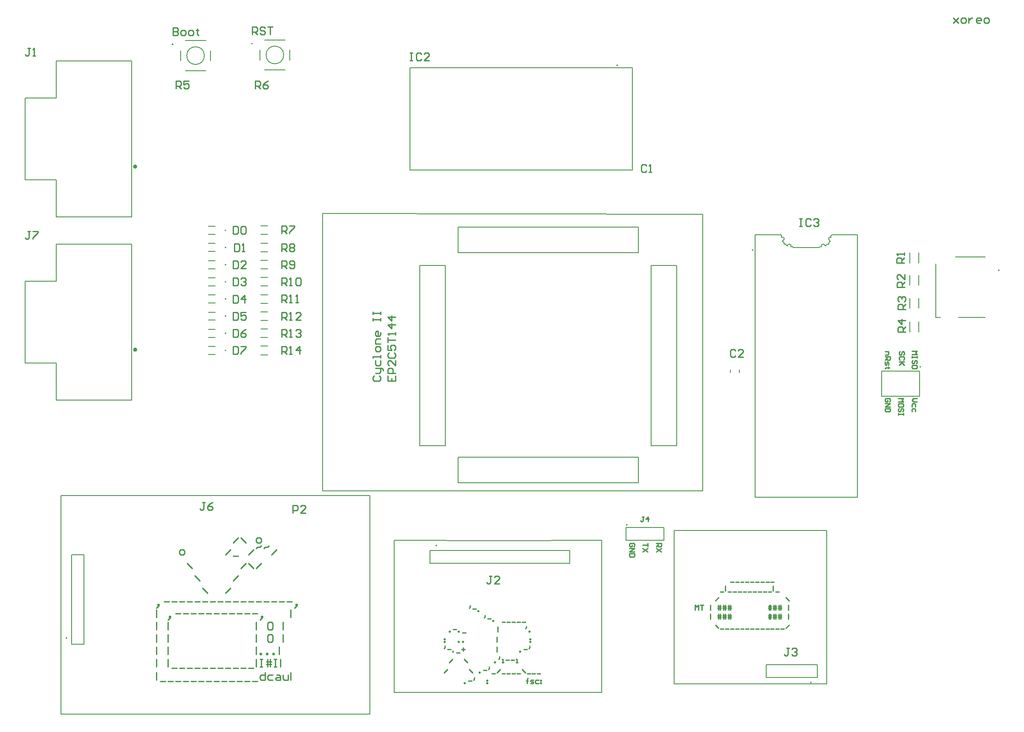
<source format=gbr>
G04*
G04 #@! TF.GenerationSoftware,Altium Limited,Altium Designer,22.4.2 (48)*
G04*
G04 Layer_Color=65535*
%FSLAX25Y25*%
%MOIN*%
G70*
G04*
G04 #@! TF.SameCoordinates,08344E4B-EA76-4565-9D62-395010ACA534*
G04*
G04*
G04 #@! TF.FilePolarity,Positive*
G04*
G01*
G75*
%ADD10C,0.00787*%
%ADD11C,0.00500*%
%ADD12C,0.01575*%
%ADD13C,0.01000*%
D10*
X551340Y364500D02*
G03*
X551340Y364500I-394J0D01*
G01*
X743878Y348764D02*
G03*
X743878Y348764I-394J0D01*
G01*
X682394Y273142D02*
G03*
X682394Y273142I-394J0D01*
G01*
X596894Y26142D02*
G03*
X596894Y26142I-394J0D01*
G01*
X452894Y149500D02*
G03*
X452894Y149500I-394J0D01*
G01*
X303894Y133358D02*
G03*
X303894Y133358I-394J0D01*
G01*
X14535Y61000D02*
G03*
X14535Y61000I-394J0D01*
G01*
X445394Y508974D02*
G03*
X445394Y508974I-394J0D01*
G01*
X159598Y526000D02*
G03*
X159598Y526000I-394J0D01*
G01*
X97598Y525500D02*
G03*
X97598Y525500I-394J0D01*
G01*
X139024Y285972D02*
G03*
X139024Y285972I-394J0D01*
G01*
Y299393D02*
G03*
X139024Y299393I-394J0D01*
G01*
Y312815D02*
G03*
X139024Y312815I-394J0D01*
G01*
Y326232D02*
G03*
X139024Y326232I-394J0D01*
G01*
Y339657D02*
G03*
X139024Y339657I-394J0D01*
G01*
Y353075D02*
G03*
X139024Y353075I-394J0D01*
G01*
Y366500D02*
G03*
X139024Y366500I-394J0D01*
G01*
Y380000D02*
G03*
X139024Y380000I-394J0D01*
G01*
X609000Y25000D02*
Y145000D01*
X489500D02*
X609000D01*
X489500Y25000D02*
Y145000D01*
Y25000D02*
X609000D01*
X596500D02*
X609000D01*
X270500Y137500D02*
X353500Y137000D01*
X270500Y18500D02*
Y137500D01*
Y18500D02*
X433000D01*
Y137500D01*
X353500Y137000D02*
X433000Y137500D01*
X10000Y172500D02*
X251500D01*
Y1500D02*
Y172500D01*
X10000Y1500D02*
X251500D01*
X10000D02*
Y91000D01*
Y172500D01*
X214500Y176000D02*
X512000D01*
Y392500D01*
X214500Y393000D02*
X512000Y392500D01*
X214500Y176000D02*
Y393000D01*
D11*
X184114Y517142D02*
G03*
X184114Y517142I-6909J0D01*
G01*
X122114Y516642D02*
G03*
X122114Y516642I-6909J0D01*
G01*
X612920Y376508D02*
X632921D01*
X552915D02*
X572917D01*
X582925Y366500D02*
X602912D01*
X632921Y376508D02*
X632921Y171000D01*
X552915D02*
Y376508D01*
Y171000D02*
X632921D01*
X576670Y369002D02*
X577921Y367751D01*
X575419Y369002D02*
X576670D01*
X577921Y367751D02*
X579172Y369002D01*
X580423D01*
X574168Y371504D02*
X575419Y370253D01*
Y369002D02*
Y370253D01*
X574168Y371504D02*
X575419Y372755D01*
Y374006D01*
X573542Y374631D02*
Y375882D01*
X572917Y376508D02*
X573542Y375882D01*
Y374631D02*
X574793D01*
X575419Y374006D01*
X581048Y367126D02*
Y368376D01*
X580423Y369002D02*
X581048Y368376D01*
Y367126D02*
X582299D01*
X582925Y366500D01*
X603537Y367126D02*
X604788D01*
X602912Y366500D02*
X603537Y367126D01*
X604788D02*
Y368376D01*
X605414Y369002D01*
X606665D02*
X607916Y367751D01*
X605414Y369002D02*
X606665D01*
X607916Y367751D02*
X609167Y369002D01*
X610418D01*
Y370253D02*
X611669Y371504D01*
X610418Y369002D02*
Y370253D01*
Y372755D02*
X611669Y371504D01*
X610418Y372755D02*
Y374006D01*
X611043Y374631D02*
X612294D01*
X610418Y374006D02*
X611043Y374631D01*
X612294D02*
Y375882D01*
X612920Y376508D01*
X694370Y311953D02*
Y353882D01*
X709429Y359000D02*
X732854D01*
X711988Y311953D02*
X732854D01*
X694370D02*
X698012D01*
X652000Y250079D02*
Y269921D01*
X681500D01*
X652000Y250079D02*
X681500D01*
Y269921D01*
X561500Y40000D02*
X601500D01*
X561500Y30079D02*
Y40000D01*
Y30079D02*
X601500D01*
Y40000D01*
X452000Y137500D02*
Y147421D01*
X481500D01*
Y137500D02*
Y147421D01*
X452000Y137500D02*
X481500D01*
X408000Y119500D02*
Y129421D01*
X298500Y119500D02*
X408000D01*
X298500Y129421D02*
X408000D01*
X298500Y119500D02*
Y129421D01*
X18079Y56000D02*
X28000D01*
X18079D02*
Y126000D01*
X28000D01*
Y56000D02*
Y126000D01*
X282992Y507006D02*
X457008D01*
X282992Y427000D02*
X457008Y427000D01*
Y507006D01*
X282992Y427000D02*
Y507006D01*
X169331Y528933D02*
X185079D01*
X188996Y513205D02*
Y521079D01*
X169331Y505350D02*
X185079D01*
X165413Y513205D02*
Y521079D01*
X65386Y247236D02*
Y369126D01*
X6331Y247236D02*
X65386D01*
X6331D02*
Y276095D01*
X-18079D02*
X6331D01*
X-18079D02*
Y340268D01*
X6331D01*
Y369126D01*
X65386D01*
Y390449D02*
Y512339D01*
X6331Y390449D02*
X65386D01*
X6331D02*
Y419307D01*
X-18079D02*
X6331D01*
X-18079D02*
Y483480D01*
X6331D01*
Y512339D01*
X65386D01*
X320500Y362500D02*
Y382500D01*
X461500D01*
X320500Y362500D02*
X461500D01*
Y382500D01*
X320500Y182500D02*
X461500D01*
Y202500D01*
X320500D02*
X461500D01*
X320500Y182500D02*
Y202500D01*
X471500Y211500D02*
Y352500D01*
Y211500D02*
X491500D01*
Y352500D01*
X471500D02*
X491500D01*
X290500Y211500D02*
Y352500D01*
Y211500D02*
X310500D01*
Y352500D01*
X290500D02*
X310500D01*
X107331Y528433D02*
X123079D01*
X126996Y512705D02*
Y520579D01*
X107331Y504850D02*
X123079D01*
X103413Y512705D02*
Y520579D01*
X166362Y336311D02*
X171638D01*
X166362Y343004D02*
X171638D01*
X166362Y376654D02*
X171638D01*
X166362Y383347D02*
X171638D01*
X166362Y363154D02*
X171638D01*
X166362Y369847D02*
X171638D01*
X166362Y282626D02*
X171638D01*
X166362Y289319D02*
X171638D01*
X166362Y296047D02*
X171638D01*
X166362Y302740D02*
X171638D01*
X166362Y309469D02*
X171638D01*
X166362Y316161D02*
X171638D01*
X166362Y322886D02*
X171638D01*
X166362Y329579D02*
X171638D01*
X166362Y349728D02*
X171638D01*
X166362Y356421D02*
X171638D01*
X125303Y282823D02*
X130697D01*
X125303Y289122D02*
X130697D01*
X125303Y296244D02*
X130697D01*
X125303Y302543D02*
X130697D01*
X125303Y309665D02*
X130697D01*
X125303Y315965D02*
X130697D01*
X125303Y323083D02*
X130697D01*
X125303Y329382D02*
X130697D01*
X125303Y336508D02*
X130697D01*
X125303Y342807D02*
X130697D01*
X125303Y349925D02*
X130697D01*
X125303Y356224D02*
X130697D01*
X125303Y363350D02*
X130697D01*
X125303Y369650D02*
X130697D01*
X125303Y376850D02*
X130697D01*
X125303Y383150D02*
X130697D01*
X673996Y300563D02*
Y308437D01*
X681004Y300563D02*
Y308437D01*
X673996Y319063D02*
Y326937D01*
X681004Y319063D02*
Y326937D01*
X673996Y337063D02*
Y344937D01*
X681004Y337063D02*
Y344937D01*
X673996Y354563D02*
Y362437D01*
X681004Y354563D02*
Y362437D01*
X533444Y268720D02*
X533457Y270779D01*
X540539Y268787D02*
X540543Y270779D01*
D12*
X68693Y286571D02*
G03*
X68693Y286571I-787J0D01*
G01*
Y429783D02*
G03*
X68693Y429783I-787J0D01*
G01*
D13*
X254905Y265999D02*
X253905Y264999D01*
Y263000D01*
X254905Y262000D01*
X258903D01*
X259903Y263000D01*
Y264999D01*
X258903Y265999D01*
X255904Y267998D02*
X258903D01*
X259903Y268998D01*
Y271997D01*
X260903D01*
X261902Y270997D01*
Y269997D01*
X259903Y271997D02*
X255904D01*
Y277995D02*
Y274996D01*
X256904Y273996D01*
X258903D01*
X259903Y274996D01*
Y277995D01*
Y279994D02*
Y281994D01*
Y280994D01*
X253905D01*
Y279994D01*
X259903Y285992D02*
Y287992D01*
X258903Y288991D01*
X256904D01*
X255904Y287992D01*
Y285992D01*
X256904Y284993D01*
X258903D01*
X259903Y285992D01*
Y290991D02*
X255904D01*
Y293990D01*
X256904Y294989D01*
X259903D01*
Y299988D02*
Y297988D01*
X258903Y296989D01*
X256904D01*
X255904Y297988D01*
Y299988D01*
X256904Y300987D01*
X257904D01*
Y296989D01*
X253905Y308985D02*
Y310984D01*
Y309984D01*
X259903D01*
Y308985D01*
Y310984D01*
X253905Y313983D02*
Y315983D01*
Y314983D01*
X259903D01*
Y313983D01*
Y315983D01*
X265502Y265999D02*
Y262000D01*
X271500D01*
Y265999D01*
X268501Y262000D02*
Y263999D01*
X271500Y267998D02*
X265502D01*
Y270997D01*
X266502Y271997D01*
X268501D01*
X269501Y270997D01*
Y267998D01*
X271500Y277995D02*
Y273996D01*
X267501Y277995D01*
X266502D01*
X265502Y276995D01*
Y274996D01*
X266502Y273996D01*
Y283993D02*
X265502Y282993D01*
Y280994D01*
X266502Y279994D01*
X270500D01*
X271500Y280994D01*
Y282993D01*
X270500Y283993D01*
X265502Y289991D02*
Y285992D01*
X268501D01*
X267501Y287992D01*
Y288991D01*
X268501Y289991D01*
X270500D01*
X271500Y288991D01*
Y286992D01*
X270500Y285992D01*
X265502Y291990D02*
Y295989D01*
Y293990D01*
X271500D01*
Y297988D02*
Y299988D01*
Y298988D01*
X265502D01*
X266502Y297988D01*
X271500Y305986D02*
X265502D01*
X268501Y302987D01*
Y306985D01*
X271500Y311984D02*
X265502D01*
X268501Y308985D01*
Y312983D01*
X657780Y245876D02*
X658436Y246532D01*
Y247844D01*
X657780Y248500D01*
X655156D01*
X654500Y247844D01*
Y246532D01*
X655156Y245876D01*
X656468D01*
Y247188D01*
X654500Y244564D02*
X658436D01*
X654500Y241940D01*
X658436D01*
Y240629D02*
X654500D01*
Y238661D01*
X655156Y238005D01*
X657780D01*
X658436Y238661D01*
Y240629D01*
X329835Y86511D02*
Y85199D01*
X329179Y84544D01*
X331803Y83888D02*
X334426D01*
X335738Y81920D02*
Y82576D01*
X336394D01*
Y81920D01*
X335738D01*
X341642Y78733D02*
Y77421D01*
X340986Y76765D01*
X343610Y76109D02*
X346234D01*
X347546Y74141D02*
Y74797D01*
X348201D01*
Y74141D01*
X347546D01*
X354761Y73485D02*
X357385D01*
X358697D02*
X361321D01*
X362632D02*
X365256D01*
X366568D02*
X369192D01*
X370504D02*
X373128D01*
X313436Y65706D02*
Y66362D01*
X314092D01*
Y65706D01*
X313436D01*
X316716Y67674D02*
X319339D01*
X320651Y65706D02*
Y66362D01*
X321307D01*
Y65706D01*
X320651D01*
X323931Y65050D02*
X326555D01*
X351481Y69642D02*
Y65706D01*
X373784Y70298D02*
Y68986D01*
X373128Y68330D01*
X375752Y65706D02*
Y66362D01*
X376408D01*
Y65706D01*
X375752D01*
X309500Y60551D02*
X310156D01*
Y59895D01*
X309500D01*
Y60551D01*
Y58583D02*
X310156D01*
Y57927D01*
X309500D01*
Y58583D01*
X320651Y57927D02*
Y58583D01*
X321307D01*
Y57927D01*
X320651D01*
X323931D02*
Y58583D01*
X324587D01*
Y57927D01*
X323931D01*
X350825Y61863D02*
Y57927D01*
X376408Y60551D02*
X377063D01*
Y59895D01*
X376408D01*
Y60551D01*
Y58583D02*
X377063D01*
Y57927D01*
X376408D01*
Y58583D01*
X310156Y54740D02*
Y53428D01*
X309500Y52772D01*
X312124Y52116D02*
X314748D01*
X316060Y50148D02*
Y50804D01*
X316716D01*
Y50148D01*
X316060D01*
X319339Y49492D02*
X321963D01*
X323275Y52116D02*
X325899D01*
X324587Y53428D02*
Y50804D01*
X350825Y54084D02*
Y50148D01*
X368536D02*
Y50804D01*
X369192D01*
Y50148D01*
X368536D01*
X371816Y52116D02*
X374440D01*
X376408Y54740D02*
Y53428D01*
X375752Y52772D01*
X313436Y41714D02*
X316060Y44337D01*
X327867Y41714D02*
X325243Y44337D01*
X348857Y41714D02*
Y42370D01*
X349513D01*
Y41714D01*
X348857D01*
X352793Y46305D02*
Y44993D01*
X352137Y44337D01*
X354761Y41714D02*
X356073D01*
X355417D01*
Y44337D01*
X354761D01*
X358041Y43681D02*
X360665D01*
X361977D02*
X364600D01*
X365912Y41714D02*
X367224D01*
X366568D01*
Y44337D01*
X365912D01*
X309500Y33935D02*
X312124Y36559D01*
X331803Y33935D02*
X329179Y36559D01*
X337050Y33935D02*
Y34591D01*
X337706D01*
Y33935D01*
X337050D01*
X340330Y35903D02*
X342954D01*
X344922Y38526D02*
Y37215D01*
X344266Y36559D01*
X346889Y33279D02*
X349513D01*
X350825Y33935D02*
X353449Y36559D01*
X354761Y33279D02*
X357385D01*
X358697D02*
X361321D01*
X362632D02*
X365256D01*
X366568D02*
X369192D01*
X373128Y33935D02*
X370504Y36559D01*
X374440Y33279D02*
X377063D01*
X378375D02*
X380999D01*
X382311D02*
X384935D01*
X325243Y25500D02*
Y26156D01*
X325899D01*
Y25500D01*
X325243D01*
X328523Y27468D02*
X331147D01*
X333114Y30092D02*
Y28780D01*
X332458Y28124D01*
X342954D02*
X343610D01*
Y27468D01*
X342954D01*
Y28124D01*
Y26156D02*
X343610D01*
Y25500D01*
X342954D01*
Y26156D01*
X374440Y25500D02*
Y28780D01*
Y27468D01*
X373784D01*
X375096D01*
X374440D01*
Y28780D01*
X375096Y29436D01*
X377063Y25500D02*
X379031D01*
X379687Y26156D01*
X379031Y26812D01*
X377719D01*
X377063Y27468D01*
X377719Y28124D01*
X379687D01*
X383623D02*
X381655D01*
X380999Y27468D01*
Y26156D01*
X381655Y25500D01*
X383623D01*
X384935Y28124D02*
X385591D01*
Y27468D01*
X384935D01*
Y28124D01*
Y26156D02*
X385591D01*
Y25500D01*
X384935D01*
Y26156D01*
X675500Y285500D02*
X679436D01*
X678124Y284188D01*
X679436Y282876D01*
X675500D01*
X679436Y281564D02*
Y280252D01*
Y280908D01*
X675500D01*
Y281564D01*
Y280252D01*
X678780Y275661D02*
X679436Y276317D01*
Y277628D01*
X678780Y278285D01*
X678124D01*
X677468Y277628D01*
Y276317D01*
X676812Y275661D01*
X676156D01*
X675500Y276317D01*
Y277628D01*
X676156Y278285D01*
X679436Y272381D02*
Y273693D01*
X678780Y274349D01*
X676156D01*
X675500Y273693D01*
Y272381D01*
X676156Y271725D01*
X678780D01*
X679436Y272381D01*
Y248500D02*
X676812D01*
X675500Y247188D01*
X676812Y245876D01*
X679436D01*
X678124Y241940D02*
Y243908D01*
X677468Y244564D01*
X676156D01*
X675500Y243908D01*
Y241940D01*
X678124Y238005D02*
Y239973D01*
X677468Y240629D01*
X676156D01*
X675500Y239973D01*
Y238005D01*
X475500Y135000D02*
X479436D01*
Y133032D01*
X478780Y132376D01*
X477468D01*
X476812Y133032D01*
Y135000D01*
Y133688D02*
X475500Y132376D01*
X479436Y131064D02*
X475500Y128440D01*
X479436D02*
X475500Y131064D01*
X468936Y135000D02*
Y132376D01*
Y133688D01*
X465000D01*
X468936Y131064D02*
X465000Y128440D01*
X468936D02*
X465000Y131064D01*
X144481Y135573D02*
X148479Y139572D01*
X154477Y135573D02*
X150479Y139572D01*
X163475Y135573D02*
X165474D01*
X166473Y136573D01*
Y138572D01*
X165474Y139572D01*
X163475D01*
X162475Y138572D01*
Y136573D01*
X163475Y135573D01*
X103494Y125976D02*
X105493D01*
X106493Y126975D01*
Y128975D01*
X105493Y129974D01*
X103494D01*
X102494Y128975D01*
Y126975D01*
X103494Y125976D01*
X138482D02*
X142481Y129974D01*
X144481Y124976D02*
X148479D01*
X156477Y125976D02*
X160475Y129974D01*
X162475Y130974D02*
X163475Y131974D01*
X165474D01*
X166473Y132974D01*
X168473Y130974D02*
X169473Y131974D01*
X171472D01*
X172472Y132974D01*
X174471Y125976D02*
X178470Y129974D01*
X112491Y115378D02*
X108492Y119377D01*
X150479Y115378D02*
X154477Y119377D01*
X160475Y115378D02*
X156477Y119377D01*
X162475Y115378D02*
X166473Y119377D01*
X118489Y105781D02*
X114490Y109779D01*
X144481Y105781D02*
X148479Y109779D01*
X124487Y96183D02*
X120488Y100182D01*
X138482Y96183D02*
X142481Y100182D01*
X85500Y85586D02*
X86499Y86585D01*
Y87585D01*
X85500D01*
Y86585D01*
X86499D01*
X85500Y85586D01*
X84500Y84586D01*
X90498Y89584D02*
X94497D01*
X96496D02*
X100495D01*
X102494D02*
X106493D01*
X108492D02*
X112491D01*
X114490D02*
X118489D01*
X120488D02*
X124487D01*
X126486D02*
X130485D01*
X132484D02*
X136483D01*
X138482D02*
X142481D01*
X144481D02*
X148479D01*
X150479D02*
X154477D01*
X156477D02*
X160475D01*
X162475D02*
X166473D01*
X168473D02*
X172472D01*
X174471D02*
X178470D01*
X180469D02*
X184468D01*
X186467D02*
X190466D01*
X193465Y85586D02*
X194464Y86585D01*
Y87585D01*
X193465D01*
Y86585D01*
X194464D01*
X193465Y85586D01*
X192465Y84586D01*
X84500Y82986D02*
Y76988D01*
X94497Y75988D02*
X95496Y76988D01*
Y77987D01*
X94497D01*
Y76988D01*
X95496D01*
X94497Y75988D01*
X93497Y74988D01*
X99495Y79987D02*
X103494D01*
X105493D02*
X109492D01*
X111491D02*
X115490D01*
X117489D02*
X121488D01*
X123487D02*
X127486D01*
X129485D02*
X133484D01*
X135484D02*
X139482D01*
X141482D02*
X145480D01*
X147480D02*
X151478D01*
X153478D02*
X157476D01*
X159476D02*
X163475D01*
X166473Y75988D02*
X167473Y76988D01*
Y77987D01*
X166473D01*
Y76988D01*
X167473D01*
X166473Y75988D01*
X165474Y74988D01*
X189466Y82986D02*
Y76988D01*
X84500Y73388D02*
Y67390D01*
X93497Y73388D02*
Y67390D01*
X162475Y73388D02*
Y67390D01*
X174471Y73388D02*
X172472D01*
X171472Y72388D01*
Y68390D01*
X172472Y67390D01*
X174471D01*
X175471Y68390D01*
Y72388D01*
X174471Y73388D01*
X183468D02*
Y67390D01*
X84500Y63790D02*
Y57792D01*
X93497Y63790D02*
Y57792D01*
X162475Y63790D02*
Y57792D01*
X174471Y63790D02*
X172472D01*
X171472Y62791D01*
Y58792D01*
X172472Y57792D01*
X174471D01*
X175471Y58792D01*
Y62791D01*
X174471Y63790D01*
X183468D02*
Y57792D01*
X84500Y54193D02*
Y48195D01*
X93497Y54193D02*
Y48195D01*
X162475Y54193D02*
Y48195D01*
X165474D02*
Y49194D01*
X166473D01*
Y48195D01*
X165474D01*
X170472D02*
Y49194D01*
X171472D01*
Y48195D01*
X170472D01*
X175471D02*
Y49194D01*
X176470D01*
Y48195D01*
X175471D01*
X180469Y54193D02*
Y48195D01*
X84500Y44595D02*
Y38597D01*
X93497Y44595D02*
Y38597D01*
X96496Y37597D02*
X100495D01*
X102494D02*
X106493D01*
X108492D02*
X112491D01*
X114490D02*
X118489D01*
X120488D02*
X124487D01*
X126486D02*
X130485D01*
X132484D02*
X136483D01*
X138482D02*
X142481D01*
X144481D02*
X148479D01*
X150479D02*
X154477D01*
X156477D02*
X160475D01*
X162475Y44595D02*
Y38597D01*
X165474Y44595D02*
X167473D01*
X166473D01*
Y38597D01*
X165474D01*
X167473D01*
X171472D02*
Y44595D01*
X173471D02*
Y38597D01*
X170472Y42596D02*
X173471D01*
X174471D01*
X170472Y40596D02*
X174471D01*
X176470Y44595D02*
X178470D01*
X177470D01*
Y38597D01*
X176470D01*
X178470D01*
X181469Y44595D02*
Y38597D01*
X84500Y33998D02*
Y28000D01*
X87499Y27000D02*
X91498D01*
X93497D02*
X97496D01*
X99495D02*
X103494D01*
X105493D02*
X109492D01*
X111491D02*
X115490D01*
X117489D02*
X121488D01*
X123487D02*
X127486D01*
X129485D02*
X133484D01*
X135484D02*
X139482D01*
X141482D02*
X145480D01*
X147480D02*
X151478D01*
X153478D02*
X157476D01*
X159476D02*
X163475D01*
X169473Y33998D02*
Y28000D01*
X166473D01*
X165474Y28999D01*
Y30999D01*
X166473Y31998D01*
X169473D01*
X175471D02*
X172472D01*
X171472Y30999D01*
Y28999D01*
X172472Y28000D01*
X175471D01*
X178470Y31998D02*
X180469D01*
X181469Y30999D01*
Y28000D01*
X178470D01*
X177470Y28999D01*
X178470Y29999D01*
X181469D01*
X183468Y31998D02*
Y28999D01*
X184468Y28000D01*
X187467D01*
Y31998D01*
X189466Y33998D02*
Y28000D01*
X457780Y132376D02*
X458436Y133032D01*
Y134344D01*
X457780Y135000D01*
X455156D01*
X454500Y134344D01*
Y133032D01*
X455156Y132376D01*
X456468D01*
Y133688D01*
X454500Y131064D02*
X458436D01*
X454500Y128440D01*
X458436D01*
Y127129D02*
X454500D01*
Y125161D01*
X455156Y124505D01*
X457780D01*
X458436Y125161D01*
Y127129D01*
X708000Y545999D02*
X711999Y542000D01*
X709999Y543999D01*
X711999Y545999D01*
X708000Y542000D01*
X714998D02*
X716997D01*
X717997Y543000D01*
Y544999D01*
X716997Y545999D01*
X714998D01*
X713998Y544999D01*
Y543000D01*
X714998Y542000D01*
X719996Y545999D02*
Y542000D01*
Y543999D01*
X720996Y544999D01*
X721995Y545999D01*
X722995D01*
X728993Y542000D02*
X726994D01*
X725994Y543000D01*
Y544999D01*
X726994Y545999D01*
X728993D01*
X729993Y544999D01*
Y543999D01*
X725994D01*
X732992Y542000D02*
X734991D01*
X735991Y543000D01*
Y544999D01*
X734991Y545999D01*
X732992D01*
X731992Y544999D01*
Y543000D01*
X732992Y542000D01*
X533550Y104926D02*
X536174D01*
X537486D02*
X540110D01*
X541422D02*
X544045D01*
X545357D02*
X547981D01*
X549293D02*
X551917D01*
X553229D02*
X555853D01*
X557165D02*
X559788D01*
X561100D02*
X563724D01*
X565036D02*
X567660D01*
X525679Y97148D02*
X528302D01*
X529614Y101739D02*
Y97803D01*
X531582Y97148D02*
X534206D01*
X535518D02*
X538142D01*
X539454D02*
X542078D01*
X543390D02*
X546013D01*
X547325D02*
X549949D01*
X551261D02*
X553885D01*
X555197D02*
X557821D01*
X559132D02*
X561756D01*
X563068D02*
X565692D01*
X567004Y101739D02*
Y97803D01*
X568972Y97148D02*
X571596D01*
X521743Y90025D02*
X524367Y92649D01*
X579467Y90025D02*
X576843Y92649D01*
X506000Y82902D02*
Y86838D01*
X507312Y85526D01*
X508624Y86838D01*
Y82902D01*
X509936Y86838D02*
X512560D01*
X511248D01*
Y82902D01*
X517807Y86838D02*
Y82902D01*
X524367D02*
Y86838D01*
X525679D02*
Y82902D01*
X523711Y85526D02*
X525679D01*
X526335D01*
X523711Y84214D02*
X526335D01*
X528302Y82902D02*
Y86838D01*
X529614D02*
Y82902D01*
X527647Y85526D02*
X529614D01*
X530270D01*
X527647Y84214D02*
X530270D01*
X532238Y82902D02*
Y86838D01*
X533550D02*
Y82902D01*
X531582Y85526D02*
X533550D01*
X534206D01*
X531582Y84214D02*
X534206D01*
X563724Y82902D02*
Y86838D01*
X565036D02*
Y82902D01*
X563068Y85526D02*
X565036D01*
X565692D01*
X563068Y84214D02*
X565692D01*
X567660Y82902D02*
Y86838D01*
X568972D02*
Y82902D01*
X567004Y85526D02*
X568972D01*
X569628D01*
X567004Y84214D02*
X569628D01*
X571596Y82902D02*
Y86838D01*
X572908D02*
Y82902D01*
X570940Y85526D02*
X572908D01*
X573563D01*
X570940Y84214D02*
X573563D01*
X578811Y86838D02*
Y82902D01*
X517807Y79715D02*
Y75779D01*
X524367D02*
Y79715D01*
X525679D02*
Y75779D01*
X523711Y78403D02*
X525679D01*
X526335D01*
X523711Y77091D02*
X526335D01*
X528302Y75779D02*
Y79715D01*
X529614D02*
Y75779D01*
X527647Y78403D02*
X529614D01*
X530270D01*
X527647Y77091D02*
X530270D01*
X532238Y75779D02*
Y79715D01*
X533550D02*
Y75779D01*
X531582Y78403D02*
X533550D01*
X534206D01*
X531582Y77091D02*
X534206D01*
X563724Y75779D02*
Y79715D01*
X565036D02*
Y75779D01*
X563068Y78403D02*
X565036D01*
X565692D01*
X563068Y77091D02*
X565692D01*
X567660Y75779D02*
Y79715D01*
X568972D02*
Y75779D01*
X567004Y78403D02*
X568972D01*
X569628D01*
X567004Y77091D02*
X569628D01*
X571596Y75779D02*
Y79715D01*
X572908D02*
Y75779D01*
X570940Y78403D02*
X572908D01*
X573563D01*
X570940Y77091D02*
X573563D01*
X578811Y79715D02*
Y75779D01*
X524367Y68656D02*
X521743Y71280D01*
X525679Y68000D02*
X528302D01*
X529614D02*
X532238D01*
X533550D02*
X536174D01*
X537486D02*
X540110D01*
X541422D02*
X544045D01*
X545357D02*
X547981D01*
X549293D02*
X551917D01*
X553229D02*
X555853D01*
X557165D02*
X559788D01*
X561100D02*
X563724D01*
X565036D02*
X567660D01*
X568972D02*
X571596D01*
X572908D02*
X575531D01*
X576843Y68656D02*
X579467Y71280D01*
X668780Y282376D02*
X669436Y283032D01*
Y284344D01*
X668780Y285000D01*
X668124D01*
X667468Y284344D01*
Y283032D01*
X666812Y282376D01*
X666156D01*
X665500Y283032D01*
Y284344D01*
X666156Y285000D01*
X668780Y278440D02*
X669436Y279096D01*
Y280408D01*
X668780Y281064D01*
X666156D01*
X665500Y280408D01*
Y279096D01*
X666156Y278440D01*
X669436Y277129D02*
X665500D01*
X666812D01*
X669436Y274505D01*
X667468Y276473D01*
X665500Y274505D01*
X654500Y285000D02*
X657124D01*
Y283032D01*
X656468Y282376D01*
X654500D01*
Y281064D02*
X658436D01*
Y279096D01*
X657780Y278440D01*
X656468D01*
X655812Y279096D01*
Y281064D01*
Y279752D02*
X654500Y278440D01*
Y277129D02*
Y275161D01*
X655156Y274505D01*
X655812Y275161D01*
Y276473D01*
X656468Y277129D01*
X657124Y276473D01*
Y274505D01*
X657780Y272537D02*
X657124D01*
Y273193D01*
Y271881D01*
Y272537D01*
X655156D01*
X654500Y271881D01*
X665000Y248500D02*
X668936D01*
X667624Y247188D01*
X668936Y245876D01*
X665000D01*
X668936Y242596D02*
Y243908D01*
X668280Y244564D01*
X665656D01*
X665000Y243908D01*
Y242596D01*
X665656Y241940D01*
X668280D01*
X668936Y242596D01*
X668280Y238005D02*
X668936Y238661D01*
Y239973D01*
X668280Y240629D01*
X667624D01*
X666968Y239973D01*
Y238661D01*
X666312Y238005D01*
X665656D01*
X665000Y238661D01*
Y239973D01*
X665656Y240629D01*
X668936Y236693D02*
Y235381D01*
Y236037D01*
X665000D01*
Y236693D01*
Y235381D01*
X587502Y388999D02*
X589502D01*
X588502D01*
Y383001D01*
X587502D01*
X589502D01*
X596499Y387999D02*
X595500Y388999D01*
X593501D01*
X592501Y387999D01*
Y384001D01*
X593501Y383001D01*
X595500D01*
X596499Y384001D01*
X598499Y387999D02*
X599499Y388999D01*
X601498D01*
X602498Y387999D01*
Y387000D01*
X601498Y386000D01*
X600498D01*
X601498D01*
X602498Y385000D01*
Y384001D01*
X601498Y383001D01*
X599499D01*
X598499Y384001D01*
X282900Y518798D02*
X284899D01*
X283900D01*
Y512800D01*
X282900D01*
X284899D01*
X291897Y517798D02*
X290897Y518798D01*
X288898D01*
X287898Y517798D01*
Y513800D01*
X288898Y512800D01*
X290897D01*
X291897Y513800D01*
X297895Y512800D02*
X293896D01*
X297895Y516799D01*
Y517798D01*
X296896Y518798D01*
X294896D01*
X293896Y517798D01*
X579500Y52999D02*
X577501D01*
X578501D01*
Y48001D01*
X577501Y47001D01*
X576501D01*
X575502Y48001D01*
X581500Y51999D02*
X582499Y52999D01*
X584499D01*
X585498Y51999D01*
Y51000D01*
X584499Y50000D01*
X583499D01*
X584499D01*
X585498Y49000D01*
Y48001D01*
X584499Y47001D01*
X582499D01*
X581500Y48001D01*
X465844Y155968D02*
X464532D01*
X465188D01*
Y152688D01*
X464532Y152032D01*
X463876D01*
X463220Y152688D01*
X469124Y152032D02*
Y155968D01*
X467156Y154000D01*
X469780D01*
X347000Y109499D02*
X345001D01*
X346001D01*
Y104501D01*
X345001Y103501D01*
X344001D01*
X343002Y104501D01*
X352998Y103501D02*
X349000D01*
X352998Y107500D01*
Y108499D01*
X351999Y109499D01*
X349999D01*
X349000Y108499D01*
X122500Y166999D02*
X120501D01*
X121501D01*
Y162001D01*
X120501Y161001D01*
X119501D01*
X118502Y162001D01*
X128498Y166999D02*
X126499Y165999D01*
X124500Y164000D01*
Y162001D01*
X125499Y161001D01*
X127499D01*
X128498Y162001D01*
Y163000D01*
X127499Y164000D01*
X124500D01*
X191100Y158900D02*
Y164898D01*
X194099D01*
X195099Y163898D01*
Y161899D01*
X194099Y160899D01*
X191100D01*
X201097Y158900D02*
X197098D01*
X201097Y162899D01*
Y163898D01*
X200097Y164898D01*
X198098D01*
X197098Y163898D01*
X159400Y533000D02*
Y538998D01*
X162399D01*
X163399Y537998D01*
Y535999D01*
X162399Y534999D01*
X159400D01*
X161399D02*
X163399Y533000D01*
X169397Y537998D02*
X168397Y538998D01*
X166398D01*
X165398Y537998D01*
Y536999D01*
X166398Y535999D01*
X168397D01*
X169397Y534999D01*
Y534000D01*
X168397Y533000D01*
X166398D01*
X165398Y534000D01*
X171396Y538998D02*
X175395D01*
X173396D01*
Y533000D01*
X182502Y282973D02*
Y288971D01*
X185502D01*
X186501Y287972D01*
Y285972D01*
X185502Y284973D01*
X182502D01*
X184502D02*
X186501Y282973D01*
X188500D02*
X190500D01*
X189500D01*
Y288971D01*
X188500Y287972D01*
X196498Y282973D02*
Y288971D01*
X193499Y285972D01*
X197498D01*
X182502Y296501D02*
Y302499D01*
X185502D01*
X186501Y301499D01*
Y299500D01*
X185502Y298500D01*
X182502D01*
X184502D02*
X186501Y296501D01*
X188500D02*
X190500D01*
X189500D01*
Y302499D01*
X188500Y301499D01*
X193499D02*
X194499Y302499D01*
X196498D01*
X197498Y301499D01*
Y300500D01*
X196498Y299500D01*
X195498D01*
X196498D01*
X197498Y298500D01*
Y297501D01*
X196498Y296501D01*
X194499D01*
X193499Y297501D01*
X182502Y309816D02*
Y315814D01*
X185502D01*
X186501Y314814D01*
Y312815D01*
X185502Y311815D01*
X182502D01*
X184502D02*
X186501Y309816D01*
X188500D02*
X190500D01*
X189500D01*
Y315814D01*
X188500Y314814D01*
X197498Y309816D02*
X193499D01*
X197498Y313815D01*
Y314814D01*
X196498Y315814D01*
X194499D01*
X193499Y314814D01*
X182502Y323501D02*
Y329499D01*
X185501D01*
X186501Y328499D01*
Y326500D01*
X185501Y325500D01*
X182502D01*
X184502D02*
X186501Y323501D01*
X188500D02*
X190499D01*
X189500D01*
Y329499D01*
X188500Y328499D01*
X193499Y323501D02*
X195498D01*
X194498D01*
Y329499D01*
X193499Y328499D01*
X182502Y336658D02*
Y342656D01*
X185502D01*
X186501Y341657D01*
Y339657D01*
X185502Y338658D01*
X182502D01*
X184502D02*
X186501Y336658D01*
X188500D02*
X190500D01*
X189500D01*
Y342656D01*
X188500Y341657D01*
X193499D02*
X194499Y342656D01*
X196498D01*
X197498Y341657D01*
Y337658D01*
X196498Y336658D01*
X194499D01*
X193499Y337658D01*
Y341657D01*
X182502Y350076D02*
Y356074D01*
X185501D01*
X186500Y355074D01*
Y353075D01*
X185501Y352075D01*
X182502D01*
X184501D02*
X186500Y350076D01*
X188500Y351076D02*
X189499Y350076D01*
X191499D01*
X192498Y351076D01*
Y355074D01*
X191499Y356074D01*
X189499D01*
X188500Y355074D01*
Y354075D01*
X189499Y353075D01*
X192498D01*
X182502Y363501D02*
Y369499D01*
X185501D01*
X186500Y368499D01*
Y366500D01*
X185501Y365500D01*
X182502D01*
X184501D02*
X186500Y363501D01*
X188500Y368499D02*
X189499Y369499D01*
X191499D01*
X192498Y368499D01*
Y367500D01*
X191499Y366500D01*
X192498Y365500D01*
Y364501D01*
X191499Y363501D01*
X189499D01*
X188500Y364501D01*
Y365500D01*
X189499Y366500D01*
X188500Y367500D01*
Y368499D01*
X189499Y366500D02*
X191499D01*
X182502Y377501D02*
Y383499D01*
X185501D01*
X186500Y382499D01*
Y380500D01*
X185501Y379500D01*
X182502D01*
X184501D02*
X186500Y377501D01*
X188500Y383499D02*
X192498D01*
Y382499D01*
X188500Y378501D01*
Y377501D01*
X161900Y490800D02*
Y496798D01*
X164899D01*
X165899Y495798D01*
Y493799D01*
X164899Y492799D01*
X161900D01*
X163899D02*
X165899Y490800D01*
X171897Y496798D02*
X169897Y495798D01*
X167898Y493799D01*
Y491800D01*
X168898Y490800D01*
X170897D01*
X171897Y491800D01*
Y492799D01*
X170897Y493799D01*
X167898D01*
X99900Y490800D02*
Y496798D01*
X102899D01*
X103899Y495798D01*
Y493799D01*
X102899Y492799D01*
X99900D01*
X101899D02*
X103899Y490800D01*
X109897Y496798D02*
X105898D01*
Y493799D01*
X107897Y494799D01*
X108897D01*
X109897Y493799D01*
Y491800D01*
X108897Y490800D01*
X106898D01*
X105898Y491800D01*
X670499Y300502D02*
X664501D01*
Y303501D01*
X665501Y304500D01*
X667500D01*
X668500Y303501D01*
Y300502D01*
Y302501D02*
X670499Y304500D01*
Y309499D02*
X664501D01*
X667500Y306500D01*
Y310498D01*
X670499Y318002D02*
X664501D01*
Y321001D01*
X665501Y322000D01*
X667500D01*
X668500Y321001D01*
Y318002D01*
Y320001D02*
X670499Y322000D01*
X665501Y324000D02*
X664501Y324999D01*
Y326999D01*
X665501Y327998D01*
X666500D01*
X667500Y326999D01*
Y325999D01*
Y326999D01*
X668500Y327998D01*
X669499D01*
X670499Y326999D01*
Y324999D01*
X669499Y324000D01*
X669999Y335502D02*
X664001D01*
Y338501D01*
X665001Y339500D01*
X667000D01*
X668000Y338501D01*
Y335502D01*
Y337501D02*
X669999Y339500D01*
Y345498D02*
Y341500D01*
X666000Y345498D01*
X665001D01*
X664001Y344499D01*
Y342499D01*
X665001Y341500D01*
X669499Y354501D02*
X663501D01*
Y357500D01*
X664501Y358500D01*
X666500D01*
X667500Y357500D01*
Y354501D01*
Y356501D02*
X669499Y358500D01*
Y360499D02*
Y362499D01*
Y361499D01*
X663501D01*
X664501Y360499D01*
X-14201Y379198D02*
X-16201D01*
X-15201D01*
Y374200D01*
X-16201Y373200D01*
X-17200D01*
X-18200Y374200D01*
X-12202Y379198D02*
X-8203D01*
Y378198D01*
X-12202Y374200D01*
Y373200D01*
X-14201Y522398D02*
X-16201D01*
X-15201D01*
Y517400D01*
X-16201Y516400D01*
X-17200D01*
X-18200Y517400D01*
X-12202Y516400D02*
X-10203D01*
X-11202D01*
Y522398D01*
X-12202Y521398D01*
X144502Y288971D02*
Y282973D01*
X147501D01*
X148500Y283973D01*
Y287972D01*
X147501Y288971D01*
X144502D01*
X150500D02*
X154498D01*
Y287972D01*
X150500Y283973D01*
Y282973D01*
X144502Y302393D02*
Y296395D01*
X147501D01*
X148500Y297394D01*
Y301393D01*
X147501Y302393D01*
X144502D01*
X154498D02*
X152499Y301393D01*
X150500Y299394D01*
Y297394D01*
X151499Y296395D01*
X153499D01*
X154498Y297394D01*
Y298394D01*
X153499Y299394D01*
X150500D01*
X144502Y315814D02*
Y309816D01*
X147501D01*
X148500Y310816D01*
Y314814D01*
X147501Y315814D01*
X144502D01*
X154498D02*
X150500D01*
Y312815D01*
X152499Y313815D01*
X153499D01*
X154498Y312815D01*
Y310816D01*
X153499Y309816D01*
X151499D01*
X150500Y310816D01*
X144502Y329231D02*
Y323233D01*
X147501D01*
X148500Y324233D01*
Y328232D01*
X147501Y329231D01*
X144502D01*
X153499Y323233D02*
Y329231D01*
X150500Y326232D01*
X154498D01*
X144502Y342656D02*
Y336658D01*
X147501D01*
X148500Y337658D01*
Y341657D01*
X147501Y342656D01*
X144502D01*
X150500Y341657D02*
X151499Y342656D01*
X153499D01*
X154498Y341657D01*
Y340657D01*
X153499Y339657D01*
X152499D01*
X153499D01*
X154498Y338658D01*
Y337658D01*
X153499Y336658D01*
X151499D01*
X150500Y337658D01*
X144502Y356074D02*
Y350076D01*
X147501D01*
X148500Y351076D01*
Y355074D01*
X147501Y356074D01*
X144502D01*
X154498Y350076D02*
X150500D01*
X154498Y354075D01*
Y355074D01*
X153499Y356074D01*
X151499D01*
X150500Y355074D01*
X145501Y369499D02*
Y363501D01*
X148500D01*
X149500Y364501D01*
Y368499D01*
X148500Y369499D01*
X145501D01*
X151499Y363501D02*
X153499D01*
X152499D01*
Y369499D01*
X151499Y368499D01*
X144502Y382999D02*
Y377001D01*
X147501D01*
X148500Y378001D01*
Y381999D01*
X147501Y382999D01*
X144502D01*
X150500Y381999D02*
X151499Y382999D01*
X153499D01*
X154498Y381999D01*
Y378001D01*
X153499Y377001D01*
X151499D01*
X150500Y378001D01*
Y381999D01*
X537399Y285698D02*
X536399Y286698D01*
X534400D01*
X533400Y285698D01*
Y281700D01*
X534400Y280700D01*
X536399D01*
X537399Y281700D01*
X543397Y280700D02*
X539398D01*
X543397Y284699D01*
Y285698D01*
X542397Y286698D01*
X540398D01*
X539398Y285698D01*
X467899Y430498D02*
X466899Y431498D01*
X464900D01*
X463900Y430498D01*
Y426500D01*
X464900Y425500D01*
X466899D01*
X467899Y426500D01*
X469898Y425500D02*
X471897D01*
X470898D01*
Y431498D01*
X469898Y430498D01*
X97400Y538498D02*
Y532500D01*
X100399D01*
X101399Y533500D01*
Y534499D01*
X100399Y535499D01*
X97400D01*
X100399D01*
X101399Y536499D01*
Y537498D01*
X100399Y538498D01*
X97400D01*
X104398Y532500D02*
X106397D01*
X107397Y533500D01*
Y535499D01*
X106397Y536499D01*
X104398D01*
X103398Y535499D01*
Y533500D01*
X104398Y532500D01*
X110396D02*
X112395D01*
X113395Y533500D01*
Y535499D01*
X112395Y536499D01*
X110396D01*
X109396Y535499D01*
Y533500D01*
X110396Y532500D01*
X116394Y537498D02*
Y536499D01*
X115394D01*
X117394D01*
X116394D01*
Y533500D01*
X117394Y532500D01*
M02*

</source>
